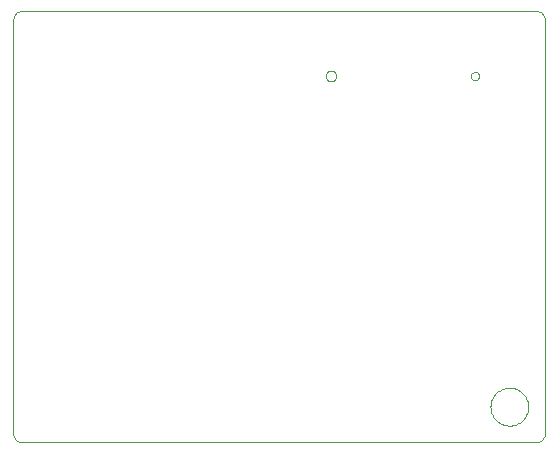
<source format=gko>
G75*
%MOIN*%
%OFA0B0*%
%FSLAX24Y24*%
%IPPOS*%
%LPD*%
%AMOC8*
5,1,8,0,0,1.08239X$1,22.5*
%
%ADD10C,0.0000*%
D10*
X001015Y001199D02*
X018175Y001199D01*
X018175Y001200D02*
X018206Y001202D01*
X018237Y001207D01*
X018267Y001216D01*
X018296Y001228D01*
X018323Y001243D01*
X018348Y001261D01*
X018372Y001281D01*
X018392Y001305D01*
X018410Y001330D01*
X018425Y001357D01*
X018437Y001386D01*
X018446Y001416D01*
X018451Y001447D01*
X018453Y001478D01*
X018453Y015291D01*
X018451Y015322D01*
X018446Y015353D01*
X018437Y015383D01*
X018425Y015412D01*
X018410Y015439D01*
X018392Y015464D01*
X018372Y015488D01*
X018348Y015508D01*
X018323Y015526D01*
X018296Y015541D01*
X018267Y015553D01*
X018237Y015562D01*
X018206Y015567D01*
X018175Y015569D01*
X018175Y015570D02*
X001015Y015570D01*
X001015Y015569D02*
X000984Y015567D01*
X000953Y015562D01*
X000923Y015553D01*
X000894Y015541D01*
X000867Y015526D01*
X000842Y015508D01*
X000818Y015488D01*
X000798Y015464D01*
X000780Y015439D01*
X000765Y015412D01*
X000753Y015383D01*
X000744Y015353D01*
X000739Y015322D01*
X000737Y015291D01*
X000737Y001478D01*
X000739Y001447D01*
X000744Y001416D01*
X000753Y001386D01*
X000765Y001357D01*
X000780Y001330D01*
X000798Y001305D01*
X000818Y001281D01*
X000842Y001261D01*
X000867Y001243D01*
X000894Y001228D01*
X000923Y001216D01*
X000953Y001207D01*
X000984Y001202D01*
X001015Y001200D01*
X011151Y013404D02*
X011153Y013430D01*
X011159Y013456D01*
X011169Y013481D01*
X011182Y013504D01*
X011198Y013524D01*
X011218Y013542D01*
X011240Y013557D01*
X011263Y013569D01*
X011289Y013577D01*
X011315Y013581D01*
X011341Y013581D01*
X011367Y013577D01*
X011393Y013569D01*
X011417Y013557D01*
X011438Y013542D01*
X011458Y013524D01*
X011474Y013504D01*
X011487Y013481D01*
X011497Y013456D01*
X011503Y013430D01*
X011505Y013404D01*
X011503Y013378D01*
X011497Y013352D01*
X011487Y013327D01*
X011474Y013304D01*
X011458Y013284D01*
X011438Y013266D01*
X011416Y013251D01*
X011393Y013239D01*
X011367Y013231D01*
X011341Y013227D01*
X011315Y013227D01*
X011289Y013231D01*
X011263Y013239D01*
X011239Y013251D01*
X011218Y013266D01*
X011198Y013284D01*
X011182Y013304D01*
X011169Y013327D01*
X011159Y013352D01*
X011153Y013378D01*
X011151Y013404D01*
X015991Y013404D02*
X015993Y013427D01*
X015999Y013450D01*
X016009Y013471D01*
X016022Y013491D01*
X016038Y013508D01*
X016057Y013522D01*
X016078Y013532D01*
X016100Y013539D01*
X016123Y013542D01*
X016147Y013541D01*
X016169Y013536D01*
X016191Y013527D01*
X016211Y013515D01*
X016229Y013499D01*
X016243Y013481D01*
X016255Y013461D01*
X016263Y013439D01*
X016267Y013416D01*
X016267Y013392D01*
X016263Y013369D01*
X016255Y013347D01*
X016243Y013327D01*
X016229Y013309D01*
X016211Y013293D01*
X016191Y013281D01*
X016169Y013272D01*
X016147Y013267D01*
X016123Y013266D01*
X016100Y013269D01*
X016078Y013276D01*
X016057Y013286D01*
X016038Y013300D01*
X016022Y013317D01*
X016009Y013337D01*
X015999Y013358D01*
X015993Y013381D01*
X015991Y013404D01*
X016642Y002381D02*
X016644Y002431D01*
X016650Y002481D01*
X016660Y002530D01*
X016674Y002578D01*
X016691Y002625D01*
X016712Y002670D01*
X016737Y002714D01*
X016765Y002755D01*
X016797Y002794D01*
X016831Y002831D01*
X016868Y002865D01*
X016908Y002895D01*
X016950Y002922D01*
X016994Y002946D01*
X017040Y002967D01*
X017087Y002983D01*
X017135Y002996D01*
X017185Y003005D01*
X017234Y003010D01*
X017285Y003011D01*
X017335Y003008D01*
X017384Y003001D01*
X017433Y002990D01*
X017481Y002975D01*
X017527Y002957D01*
X017572Y002935D01*
X017615Y002909D01*
X017656Y002880D01*
X017695Y002848D01*
X017731Y002813D01*
X017763Y002775D01*
X017793Y002735D01*
X017820Y002692D01*
X017843Y002648D01*
X017862Y002602D01*
X017878Y002554D01*
X017890Y002505D01*
X017898Y002456D01*
X017902Y002406D01*
X017902Y002356D01*
X017898Y002306D01*
X017890Y002257D01*
X017878Y002208D01*
X017862Y002160D01*
X017843Y002114D01*
X017820Y002070D01*
X017793Y002027D01*
X017763Y001987D01*
X017731Y001949D01*
X017695Y001914D01*
X017656Y001882D01*
X017615Y001853D01*
X017572Y001827D01*
X017527Y001805D01*
X017481Y001787D01*
X017433Y001772D01*
X017384Y001761D01*
X017335Y001754D01*
X017285Y001751D01*
X017234Y001752D01*
X017185Y001757D01*
X017135Y001766D01*
X017087Y001779D01*
X017040Y001795D01*
X016994Y001816D01*
X016950Y001840D01*
X016908Y001867D01*
X016868Y001897D01*
X016831Y001931D01*
X016797Y001968D01*
X016765Y002007D01*
X016737Y002048D01*
X016712Y002092D01*
X016691Y002137D01*
X016674Y002184D01*
X016660Y002232D01*
X016650Y002281D01*
X016644Y002331D01*
X016642Y002381D01*
M02*

</source>
